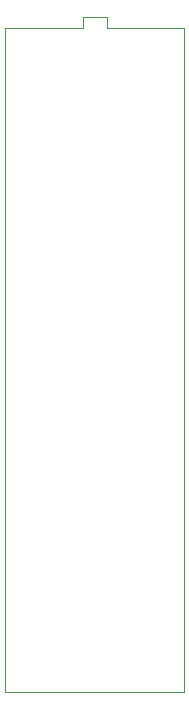
<source format=gbr>
%TF.GenerationSoftware,Altium Limited,Altium Designer,21.5.1 (32)*%
G04 Layer_Color=16711935*
%FSLAX45Y45*%
%MOMM*%
%TF.SameCoordinates,51D5493F-A844-4614-94AE-4B196E198A34*%
%TF.FilePolarity,Positive*%
%TF.FileFunction,Other,Dimension*%
%TF.Part,Single*%
G01*
G75*
%TA.AperFunction,NonConductor*%
%ADD59C,0.10000*%
D59*
X1300990Y7413990D02*
Y7502991D01*
X1099009D02*
X1300990D01*
X1099009Y7413990D02*
Y7502991D01*
X440997Y7413990D02*
X1099009D01*
X440997Y1786010D02*
Y7413990D01*
Y1786010D02*
X1959003D01*
Y7413990D01*
X1300990D02*
X1959003D01*
%TF.MD5,f713d7394136e56330e1171b2c3b6480*%
M02*

</source>
